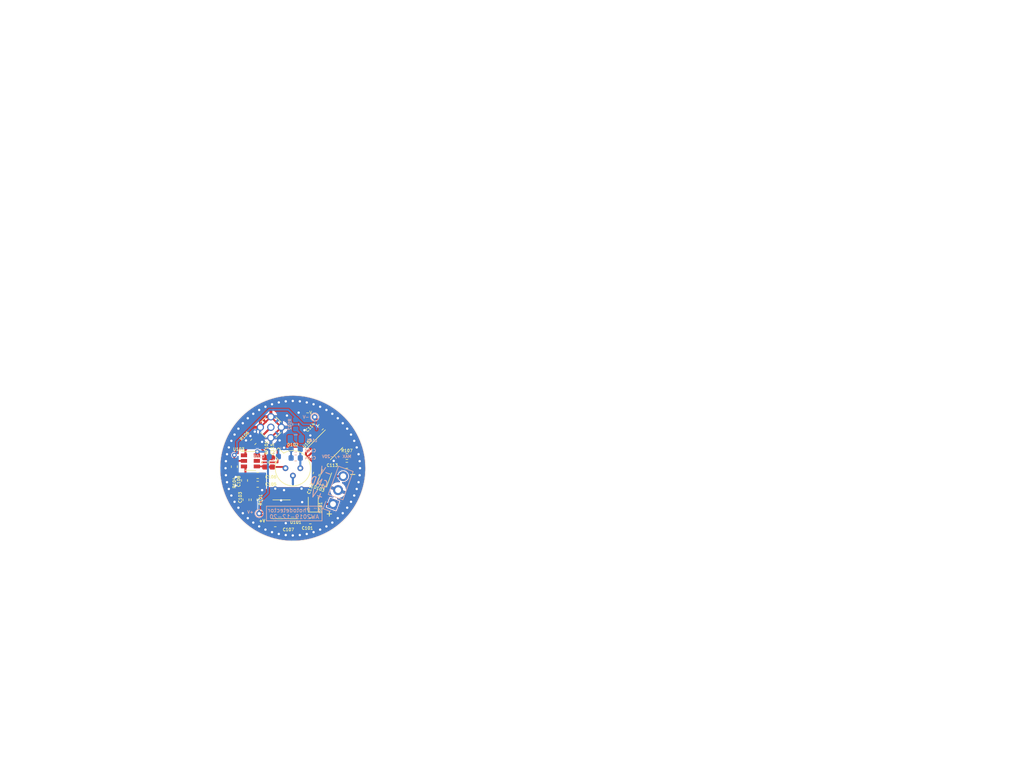
<source format=kicad_pcb>
(kicad_pcb (version 20221018) (generator pcbnew)
  (title_block (title "1\" Photodetector - SOT23") (date "2020-02") (company "anders.e.e.wallin \"at\" gmail.com"))
  (layers (0 "F.Cu" signal) (31 "B.Cu" signal) (34 "B.Paste" user) (35 "F.Paste" user) (36 "B.SilkS" user "B.Silkscreen") (37 "F.SilkS" user "F.Silkscreen") (38 "B.Mask" user) (39 "F.Mask" user) (44 "Edge.Cuts" user))
  (net 0 "")
  (net 1 "Net-(U101-Pad1)")
  (net 2 "/+V")
  (net 3 "GND")
  (net 4 "Net-(U101-Pad7)")
  (net 5 "Net-(U103-Pad3)")
  (net 6 "Net-(U102-Pad1)")
  (net 7 "Net-(U102-Pad8)")
  (net 8 "Net-(U103-Pad4)")
  (net 11 "/-V")
  (net 14 "Net-(J101-Pad1)")
  (net 15 "Net-(L101-Pad1)")
  (net 16 "/+VIN")
  (net 17 "/-VIN")
  (net 18 "/VBIAS")
  (net 19 "/VOUT")
  (footprint "Package_TO_SOT_THT:TO-18-3" (layer "F.Cu") (at 148.75 100)
    (fp_text reference "D102" (at 1.25 -4) (layer "F.SilkS") (effects (font (size 0.5 0.5) (thickness 0.1))))
    (fp_text value "S597x")
    (fp_line (start -2.214448 -2.494499) (end -1.302281 -1.582331) (stroke (width 0.12)) (layer "F.SilkS"))
    (fp_line (start -1.224499 -3.484448) (end -2.214448 -2.494499) (stroke (width 0.12)) (layer "F.SilkS"))
    (fp_line (start -0.312331 -2.572281) (end -1.224499 -3.484448) (stroke (width 0.12)) (layer "F.SilkS"))
    (fp_arc (start -0.312331 -2.572281) (mid 3.405374 2.135551) (end -1.30215 -1.582544) (stroke (width 0.12)) (layer "F.SilkS"))
    (pad "1" thru_hole oval (at 0 0) (size 1 1) (drill 0.5) (layers "*.Cu" "*.Mask") (net 8 "Net-(U103-Pad4)"))
    (pad "2" thru_hole oval (at 1.27 1.27) (size 1 1) (drill 0.5) (layers "*.Cu" "*.Mask") (net 3 "GND"))
    (pad "3" thru_hole oval (at 2.54 0) (size 1 1) (drill 0.5) (layers "*.Cu" "*.Mask") (net 18 "/VBIAS"))
  )
  (footprint "Package_SO:MSOP-10-1EP_3x3mm_P0.5mm_EP1.68x1.88mm" (layer "F.Cu") (at 148.08 107.03 180)
    (fp_text reference "U101" (at -2.42 -2.22 180) (layer "F.SilkS") (effects (font (size 0.5 0.5) (thickness 0.1))))
    (fp_text value "LT3042xMSE")
    (fp_line (start 0 -1.61) (end -2.875 -1.61) (stroke (width 0.12)) (layer "F.SilkS"))
    (fp_line (start 0 -1.61) (end 1.5 -1.61) (stroke (width 0.12)) (layer "F.SilkS"))
    (fp_line (start 0 1.61) (end -1.5 1.61) (stroke (width 0.12)) (layer "F.SilkS"))
    (fp_line (start 0 1.61) (end 1.5 1.61) (stroke (width 0.12)) (layer "F.SilkS"))
    (pad "1" smd roundrect (at -2.15 -1 180) (size 1.45 0.3) (layers "F.Cu" "F.Paste" "F.Mask") (net 1 "Net-(U101-Pad1)"))
    (pad "2" smd roundrect (at -2.15 -0.5 180) (size 1.45 0.3) (layers "F.Cu" "F.Paste" "F.Mask") (net 1 "Net-(U101-Pad1)"))
    (pad "3" smd roundrect (at -2.15 0 180) (size 1.45 0.3) (layers "F.Cu" "F.Paste" "F.Mask") (net 1 "Net-(U101-Pad1)"))
    (pad "4" smd roundrect (at -2.15 0.5 180) (size 1.45 0.3) (layers "F.Cu" "F.Paste" "F.Mask"))
    (pad "5" smd roundrect (at -2.15 1 180) (size 1.45 0.3) (layers "F.Cu" "F.Paste" "F.Mask") (net 3 "GND"))
    (pad "6" smd roundrect (at 2.15 1 180) (size 1.45 0.3) (layers "F.Cu" "F.Paste" "F.Mask") (net 1 "Net-(U101-Pad1)"))
    (pad "7" smd roundrect (at 2.15 0.5 180) (size 1.45 0.3) (layers "F.Cu" "F.Paste" "F.Mask") (net 4 "Net-(U101-Pad7)"))
    (pad "8" smd roundrect (at 2.15 0 180) (size 1.45 0.3) (layers "F.Cu" "F.Paste" "F.Mask") (net 3 "GND"))
    (pad "9" smd roundrect (at 2.15 -0.5 180) (size 1.45 0.3) (layers "F.Cu" "F.Paste" "F.Mask") (net 2 "/+V"))
    (pad "10" smd roundrect (at 2.15 -1 180) (size 1.45 0.3) (layers "F.Cu" "F.Paste" "F.Mask") (net 2 "/+V"))
    (pad "11" smd roundrect (at 0 0 180) (size 1.68 1.88) (layers "F.Cu" "F.Mask") (roundrect_rratio 0.14881) (net 3 "GND"))
  )
  (footprint "Package_SO:MSOP-12-1EP_3x4mm_P0.65mm_EP1.65x2.85mm" (layer "F.Cu") (at 156 96 45)
    (fp_text reference "U102" (at -2.298097 -2.65165 45) (layer "F.SilkS") (effects (font (size 0.5 0.5) (thickness 0.1))))
    (fp_text value "LT3093xMSE")
    (fp_line (start 0 -2.11) (end -2.875 -2.11) (stroke (width 0.12)) (layer "F.SilkS"))
    (fp_line (start 0 -2.11) (end 1.5 -2.11) (stroke (width 0.12)) (layer "F.SilkS"))
    (fp_line (start 0 2.11) (end -1.5 2.11) (stroke (width 0.12)) (layer "F.SilkS"))
    (fp_line (start 0 2.11) (end 1.5 2.11) (stroke (width 0.12)) (layer "F.SilkS"))
    (pad "1" smd roundrect (at -2.15 -1.625 45) (size 1.45 0.4) (layers "F.Cu" "F.Paste" "F.Mask") (net 6 "Net-(U102-Pad1)"))
    (pad "2" smd roundrect (at -2.15 -0.975 45) (size 1.45 0.4) (layers "F.Cu" "F.Paste" "F.Mask") (net 6 "Net-(U102-Pad1)"))
    (pad "3" smd roundrect (at -2.15 -0.325 45) (size 1.45 0.4) (layers "F.Cu" "F.Paste" "F.Mask") (net 6 "Net-(U102-Pad1)"))
    (pad "4" smd roundrect (at -2.15 0.325 45) (size 1.45 0.4) (layers "F.Cu" "F.Paste" "F.Mask"))
    (pad "5" smd roundrect (at -2.15 0.975 45) (size 1.45 0.4) (layers "F.Cu" "F.Paste" "F.Mask") (net 6 "Net-(U102-Pad1)"))
    (pad "6" smd roundrect (at -2.15 1.625 45) (size 1.45 0.4) (layers "F.Cu" "F.Paste" "F.Mask") (net 3 "GND"))
    (pad "7" smd roundrect (at 2.15 1.625 45) (size 1.45 0.4) (layers "F.Cu" "F.Paste" "F.Mask"))
    (pad "8" smd roundrect (at 2.15 0.975 45) (size 1.45 0.4) (layers "F.Cu" "F.Paste" "F.Mask") (net 7 "Net-(U102-Pad8)"))
    (pad "9" smd roundrect (at 2.15 0.325 45) (size 1.45 0.4) (layers "F.Cu" "F.Paste" "F.Mask") (net 3 "GND"))
    (pad "10" smd roundrect (at 2.15 -0.325 45) (size 1.45 0.4) (layers "F.Cu" "F.Paste" "F.Mask") (net 11 "/-V"))
    (pad "11" smd roundrect (at 2.15 -0.975 45) (size 1.45 0.4) (layers "F.Cu" "F.Paste" "F.Mask") (net 11 "/-V"))
    (pad "12" smd roundrect (at 2.15 -1.625 45) (size 1.45 0.4) (layers "F.Cu" "F.Paste" "F.Mask") (net 11 "/-V"))
    (pad "13" smd roundrect (at 0 0 45) (size 1.65 2.85) (layers "F.Cu" "F.Mask") (roundrect_rratio 0.151515) (net 6 "Net-(U102-Pad1)"))
  )
  (footprint "Package_TO_SOT_SMD:SOT-23-6" (layer "F.Cu") (at 142.75 98.75)
    (fp_text reference "U103" (at -2 -2 180) (layer "F.SilkS") (effects (font (size 0.5 0.5) (thickness 0.1))))
    (fp_text value "OPA847xDBV")
    (fp_line (start -0.9 1.61) (end 0.9 1.61) (stroke (width 0.12)) (layer "F.SilkS"))
    (fp_line (start 0.9 -1.61) (end -1.55 -1.61) (stroke (width 0.12)) (layer "F.SilkS"))
    (pad "1" smd rect (at -1.1 -0.95) (size 1.06 0.65) (layers "F.Cu" "F.Paste" "F.Mask") (net 19 "/VOUT"))
    (pad "2" smd rect (at -1.1 0) (size 1.06 0.65) (layers "F.Cu" "F.Paste" "F.Mask") (net 11 "/-V"))
    (pad "3" smd rect (at -1.1 0.95) (size 1.06 0.65) (layers "F.Cu" "F.Paste" "F.Mask") (net 5 "Net-(U103-Pad3)"))
    (pad "4" smd rect (at 1.1 0.95) (size 1.06 0.65) (layers "F.Cu" "F.Paste" "F.Mask") (net 8 "Net-(U103-Pad4)") (clearance 0.001))
    (pad "5" smd rect (at 1.1 0) (size 1.06 0.65) (layers "F.Cu" "F.Paste" "F.Mask") (clearance 0.001))
    (pad "6" smd rect (at 1.1 -0.95) (size 1.06 0.65) (layers "F.Cu" "F.Paste" "F.Mask") (net 2 "/+V"))
  )
  (footprint "Capacitor_SMD:C_0603_1608Metric" (layer "F.Cu") (at 153 109 180)
    (fp_text reference "C101" (at 0.5 -1.25) (layer "F.SilkS") (effects (font (size 0.5 0.5) (thickness 0.1))))
    (fp_text value "4u7")
    (fp_line (start -0.162779 -0.51) (end 0.162779 -0.51) (stroke (width 0.12)) (layer "F.SilkS"))
    (fp_line (start -0.162779 0.51) (end 0.162779 0.51) (stroke (width 0.12)) (layer "F.SilkS"))
    (pad "1" smd roundrect (at -0.7875 0 180) (size 0.875 0.95) (layers "F.Cu" "F.Paste" "F.Mask") (net 1 "Net-(U101-Pad1)"))
    (pad "2" smd roundrect (at 0.7875 0 180) (size 0.875 0.95) (layers "F.Cu" "F.Paste" "F.Mask") (net 3 "GND"))
  )
  (footprint "Capacitor_SMD:C_0603_1608Metric" (layer "F.Cu") (at 142 105.4 -90)
    (fp_text reference "C103" (at -0.4 1 90) (layer "F.SilkS") (effects (font (size 0.5 0.5) (thickness 0.1))))
    (fp_text value "4u7")
    (fp_line (start -0.162779 -0.51) (end 0.162779 -0.51) (stroke (width 0.12)) (layer "F.SilkS"))
    (fp_line (start -0.162779 0.51) (end 0.162779 0.51) (stroke (width 0.12)) (layer "F.SilkS"))
    (pad "1" smd roundrect (at -0.7875 0 270) (size 0.875 0.95) (layers "F.Cu" "F.Paste" "F.Mask") (net 4 "Net-(U101-Pad7)"))
    (pad "2" smd roundrect (at 0.7875 0 270) (size 0.875 0.95) (layers "F.Cu" "F.Paste" "F.Mask") (net 3 "GND"))
  )
  (footprint "Capacitor_SMD:C_0603_1608Metric" (layer "F.Cu") (at 144 102.75)
    (fp_text reference "C105" (at 2.25 0) (layer "F.SilkS") (effects (font (size 0.5 0.5) (thickness 0.1))))
    (fp_text value "C")
    (fp_line (start -0.162779 -0.51) (end 0.162779 -0.51) (stroke (width 0.12)) (layer "F.SilkS"))
    (fp_line (start -0.162779 0.51) (end 0.162779 0.51) (stroke (width 0.12)) (layer "F.SilkS"))
    (pad "1" smd roundrect (at -0.7875 0) (size 0.875 0.95) (layers "F.Cu" "F.Paste" "F.Mask") (net 5 "Net-(U103-Pad3)"))
    (pad "2" smd roundrect (at 0.7875 0) (size 0.875 0.95) (layers "F.Cu" "F.Paste" "F.Mask") (net 3 "GND"))
  )
  (footprint "Capacitor_SMD:C_0603_1608Metric" (layer "F.Cu") (at 144 101.25)
    (fp_text reference "C106" (at 2.25 0.25) (layer "F.SilkS") (effects (font (size 0.5 0.5) (thickness 0.1))))
    (fp_text value "C")
    (fp_line (start -0.162779 -0.51) (end 0.162779 -0.51) (stroke (width 0.12)) (layer "F.SilkS"))
    (fp_line (start -0.162779 0.51) (end 0.162779 0.51) (stroke (width 0.12)) (layer "F.SilkS"))
    (pad "1" smd roundrect (at -0.7875 0) (size 0.875 0.95) (layers "F.Cu" "F.Paste" "F.Mask") (net 5 "Net-(U103-Pad3)"))
    (pad "2" smd roundrect (at 0.7875 0) (size 0.875 0.95) (layers "F.Cu" "F.Paste" "F.Mask") (net 3 "GND"))
  )
  (footprint "Capacitor_SMD:C_0603_1608Metric" (layer "F.Cu") (at 147 109.5)
    (fp_text reference "C107" (at 2.25 1) (layer "F.SilkS") (effects (font (size 0.5 0.5) (thickness 0.1))))
    (fp_text value "4u7")
    (fp_line (start -0.162779 -0.51) (end 0.162779 -0.51) (stroke (width 0.12)) (layer "F.SilkS"))
    (fp_line (start -0.162779 0.51) (end 0.162779 0.51) (stroke (width 0.12)) (layer "F.SilkS"))
    (pad "1" smd roundrect (at -0.7875 0) (size 0.875 0.95) (layers "F.Cu" "F.Paste" "F.Mask") (net 2 "/+V"))
    (pad "2" smd roundrect (at 0.7875 0) (size 0.875 0.95) (layers "F.Cu" "F.Paste" "F.Mask") (net 3 "GND"))
  )
  (footprint "Capacitor_SMD:C_0603_1608Metric" (layer "F.Cu") (at 140 99.75 90)
    (fp_text reference "C108" (at -2.5 0.75 90) (layer "F.SilkS") (effects (font (size 0.5 0.5) (thickness 0.1))))
    (fp_text value "100n")
    (fp_line (start -0.162779 -0.51) (end 0.162779 -0.51) (stroke (width 0.12)) (layer "F.SilkS"))
    (fp_line (start -0.162779 0.51) (end 0.162779 0.51) (stroke (width 0.12)) (layer "F.SilkS"))
    (pad "1" smd roundrect (at -0.7875 0 90) (size 0.875 0.95) (layers "F.Cu" "F.Paste" "F.Mask") (net 3 "GND"))
    (pad "2" smd roundrect (at 0.7875 0 90) (size 0.875 0.95) (layers "F.Cu" "F.Paste" "F.Mask") (net 11 "/-V"))
  )
  (footprint "Capacitor_SMD:C_0603_1608Metric" (layer "F.Cu") (at 154 101 70)
    (fp_text reference "C112" (at -2.691252 -0.084642 70) (layer "F.SilkS") (effects (font (size 0.5 0.5) (thickness 0.1))))
    (fp_text value "4u7")
    (fp_line (start -0.162779 -0.51) (end 0.162779 -0.51) (stroke (width 0.12)) (layer "F.SilkS"))
    (fp_line (start -0.162779 0.51) (end 0.162779 0.51) (stroke (width 0.12)) (layer "F.SilkS"))
    (pad "1" smd roundrect (at -0.7875 0 70) (size 0.875 0.95) (layers "F.Cu" "F.Paste" "F.Mask") (net 3 "GND"))
    (pad "2" smd roundrect (at 0.7875 0 70) (size 0.875 0.95) (layers "F.Cu" "F.Paste" "F.Mask") (net 6 "Net-(U102-Pad1)"))
  )
  (footprint "Capacitor_SMD:C_0603_1608Metric" (layer "F.Cu") (at 159.25 99.5)
    (fp_text reference "C113" (at -2.5 0) (layer "F.SilkS") (effects (font (size 0.5 0.5) (thickness 0.1))))
    (fp_text value "4u7")
    (fp_line (start -0.162779 -0.51) (end 0.162779 -0.51) (stroke (width 0.12)) (layer "F.SilkS"))
    (fp_line (start -0.162779 0.51) (end 0.162779 0.51) (stroke (width 0.12)) (layer "F.SilkS"))
    (pad "1" smd roundrect (at -0.7875 0) (size 0.875 0.95) (layers "F.Cu" "F.Paste" "F.Mask") (net 3 "GND"))
    (pad "2" smd roundrect (at 0.7875 0) (size 0.875 0.95) (layers "F.Cu" "F.Paste" "F.Mask") (net 7 "Net-(U102-Pad8)"))
  )
  (footprint "Capacitor_SMD:C_0603_1608Metric" (layer "F.Cu") (at 154.75 93 45)
    (fp_text reference "C114" (at -1.237437 -1.237437 45) (layer "F.SilkS") (effects (font (size 0.5 0.5) (thickness 0.1))))
    (fp_text value "4u7")
    (fp_line (start -0.162779 -0.51) (end 0.162779 -0.51) (stroke (width 0.12)) (layer "F.SilkS"))
    (fp_line (start -0.162779 0.51) (end 0.162779 0.51) (stroke (width 0.12)) (layer "F.SilkS"))
    (pad "1" smd roundrect (at -0.7875 0 45) (size 0.875 0.95) (layers "F.Cu" "F.Paste" "F.Mask") (net 3 "GND"))
    (pad "2" smd roundrect (at 0.7875 0 45) (size 0.875 0.95) (layers "F.Cu" "F.Paste" "F.Mask") (net 11 "/-V"))
  )
  (footprint "Diode_SMD:D_SOD-323F" (layer "F.Cu") (at 153.5 106 90)
    (fp_text reference "D101" (at -0.75 1.25 270) (layer "F.SilkS") (effects (font (size 0.5 0.5) (thickness 0.1))))
    (fp_text value "D")
    (fp_line (start -1.5 -0.85) (end -1.5 0.85) (stroke (width 0.12)) (layer "F.SilkS"))
    (fp_line (start -1.5 -0.85) (end 1.05 -0.85) (stroke (width 0.12)) (layer "F.SilkS"))
    (fp_line (start -1.5 0.85) (end 1.05 0.85) (stroke (width 0.12)) (layer "F.SilkS"))
    (pad "1" smd rect (at -1.1 0 90) (size 0.5 0.5) (layers "F.Cu" "F.Paste" "F.Mask") (net 1 "Net-(U101-Pad1)"))
    (pad "2" smd rect (at 1.1 0 90) (size 0.5 0.5) (layers "F.Cu" "F.Paste" "F.Mask") (net 16 "/+VIN"))
  )
  (footprint "Diode_SMD:D_SOD-323F" (layer "F.Cu") (at 155.5 101.5 70)
    (fp_text reference "D103" (at -2.221405 -0.255652 160) (layer "F.SilkS") (effects (font (size 0.5 0.5) (thickness 0.1))))
    (fp_text value "D")
    (fp_line (start -1.5 -0.85) (end -1.5 0.85) (stroke (width 0.12)) (layer "F.SilkS"))
    (fp_line (start -1.5 -0.85) (end 1.05 -0.85) (stroke (width 0.12)) (layer "F.SilkS"))
    (fp_line (start -1.5 0.85) (end 1.05 0.85) (stroke (width 0.12)) (layer "F.SilkS"))
    (pad "1" smd rect (at -1.1 0 70) (size 0.5 0.5) (layers "F.Cu" "F.Paste" "F.Mask") (net 17 "/-VIN"))
    (pad "2" smd rect (at 1.1 0 70) (size 0.5 0.5) (layers "F.Cu" "F.Paste" "F.Mask") (net 6 "Net-(U102-Pad1)"))
  )
  (footprint "Connector_Coaxial:MMCX_Molex_73415-1471_Vertical" (layer "F.Cu") (at 146.25 93 45)
    (fp_text reference "J101" hide)
    (fp_text value "Conn_Coaxial")
    (fp_line (start -1.87 0.62) (end -1.87 -0.62) (stroke (width 0.12)) (layer "F.SilkS"))
    (fp_line (start 0.62 -1.87) (end -0.62 -1.87) (stroke (width 0.12)) (layer "F.SilkS"))
    (fp_line (start 0.62 1.87) (end -0.62 1.87) (stroke (width 0.12)) (layer "F.SilkS"))
    (fp_line (start 1.87 0.62) (end 1.87 -0.62) (stroke (width 0.12)) (layer "F.SilkS"))
    (pad "1" thru_hole circle (at 0 0 45) (size 1.24 1.24) (drill 0.84) (layers "*.Cu" "*.Mask") (net 14 "Net-(J101-Pad1)"))
    (pad "2" thru_hole circle (at -1.27 -1.27 45) (size 1.24 1.24) (drill 0.84) (layers "*.Cu" "*.Mask") (net 3 "GND"))
    (pad "2" thru_hole circle (at -1.27 1.27 45) (size 1.24 1.24) (drill 0.84) (layers "*.Cu" "*.Mask") (net 3 "GND"))
    (pad "2" thru_hole circle (at 1.27 -1.27 45) (size 1.24 1.24) (drill 0.84) (layers "*.Cu" "*.Mask") (net 3 "GND"))
    (pad "2" thru_hole circle (at 1.27 1.27 45) (size 1.24 1.24) (drill 0.84) (layers "*.Cu" "*.Mask") (net 3 "GND"))
  )
  (footprint "Resistor_SMD:R_0603_1608Metric" (layer "F.Cu") (at 143.4 105.4 -90)
    (fp_text reference "R101" (at 0 -1.1 90) (layer "F.SilkS") (effects (font (size 0.5 0.5) (thickness 0.1))))
    (fp_text value "49k9")
    (fp_line (start -0.162779 -0.51) (end 0.162779 -0.51) (stroke (width 0.12)) (layer "F.SilkS"))
    (fp_line (start -0.162779 0.51) (end 0.162779 0.51) (stroke (width 0.12)) (layer "F.SilkS"))
    (pad "1" smd roundrect (at -0.7875 0 270) (size 0.875 0.95) (layers "F.Cu" "F.Paste" "F.Mask") (net 4 "Net-(U101-Pad7)"))
    (pad "2" smd roundrect (at 0.7875 0 270) (size 0.875 0.95) (layers "F.Cu" "F.Paste" "F.Mask") (net 3 "GND"))
  )
  (footprint "Resistor_SMD:R_0603_1608Metric" (layer "F.Cu") (at 141.75 102.1 90)
    (fp_text reference "R104" (at -0.4 -1.75 90) (layer "F.SilkS") (effects (font (size 0.5 0.5) (thickness 0.1))))
    (fp_text value "R")
    (fp_line (start -0.162779 -0.51) (end 0.162779 -0.51) (stroke (width 0.12)) (layer "F.SilkS"))
    (fp_line (start -0.162779 0.51) (end 0.162779 0.51) (stroke (width 0.12)) (layer "F.SilkS"))
    (pad "1" smd roundrect (at -0.7875 0 90) (size 0.875 0.95) (layers "F.Cu" "F.Paste" "F.Mask") (net 3 "GND"))
    (pad "2" smd roundrect (at 0.7875 0 90) (size 0.875 0.95) (layers "F.Cu" "F.Paste" "F.Mask") (net 5 "Net-(U103-Pad3)"))
  )
  (footprint "Resistor_SMD:R_0603_1608Metric" (layer "F.Cu") (at 145.25 99 -90)
    (fp_text reference "RF101" (at -2.5 -0.25 90) (layer "F.SilkS") (effects (font (size 0.5 0.5) (thickness 0.1))))
    (fp_text value "R")
    (fp_line (start -0.162779 -0.51) (end 0.162779 -0.51) (stroke (width 0.12)) (layer "F.SilkS"))
    (fp_line (start -0.162779 0.51) (end 0.162779 0.51) (stroke (width 0.12)) (layer "F.SilkS"))
    (pad "1" smd roundrect (at -0.7875 0 270) (size 0.875 0.95) (layers "F.Cu" "F.Paste" "F.Mask") (net 19 "/VOUT"))
    (pad "2" smd roundrect (at 0.7875 0 270) (size 0.875 0.95) (layers "F.Cu" "F.Paste" "F.Mask") (net 8 "Net-(U103-Pad4)"))
  )
  (footprint "Resistor_SMD:R_0603_1608Metric" (layer "F.Cu") (at 143.25 95.5 -135)
    (fp_text reference "R106" (at 0.353553 1.767767 45) (layer "F.SilkS") (effects (font (size 0.5 0.5) (thickness 0.1))))
    (fp_text value "49R9")
    (fp_line (start -0.162779 -0.51) (end 0.162779 -0.51) (stroke (width 0.12)) (layer "F.SilkS"))
    (fp_line (start -0.162779 0.51) (end 0.162779 0.51) (stroke (width 0.12)) (layer "F.SilkS"))
    (pad "1" smd roundrect (at -0.7875 0 225) (size 0.875 0.95) (layers "F.Cu" "F.Paste" "F.Mask") (net 14 "Net-(J101-Pad1)"))
    (pad "2" smd roundrect (at 0.7875 0 225) (size 0.875 0.95) (layers "F.Cu" "F.Paste" "F.Mask") (net 19 "/VOUT"))
  )
  (footprint "Resistor_SMD:R_0603_1608Metric" (layer "F.Cu") (at 159.25 98)
    (fp_text reference "R107" (at 0 -1) (layer "F.SilkS") (effects (font (size 0.5 0.5) (thickness 0.1))))
    (fp_text value "49k9")
    (fp_line (start -0.162779 -0.51) (end 0.162779 -0.51) (stroke (width 0.12)) (layer "F.SilkS"))
    (fp_line (start -0.162779 0.51) (end 0.162779 0.51) (stroke (width 0.12)) (layer "F.SilkS"))
    (pad "1" smd roundrect (at -0.7875 0) (size 0.875 0.95) (layers "F.Cu" "F.Paste" "F.Mask") (net 3 "GND"))
    (pad "2" smd roundrect (at 0.7875 0) (size 0.875 0.95) (layers "F.Cu" "F.Paste" "F.Mask") (net 7 "Net-(U102-Pad8)"))
  )
  (footprint "Capacitor_SMD:C_0603_1608Metric" (layer "F.Cu") (at 146.5 99 -90)
    (fp_text reference "C115" (at -2.25 0 90) (layer "F.SilkS") (effects (font (size 0.5 0.5) (thickness 0.1))))
    (fp_text value "C")
    (fp_line (start -0.162779 -0.51) (end 0.162779 -0.51) (stroke (width 0.12)) (layer "F.SilkS"))
    (fp_line (start -0.162779 0.51) (end 0.162779 0.51) (stroke (width 0.12)) (layer "F.SilkS"))
    (pad "1" smd roundrect (at -0.7875 0 270) (size 0.875 0.95) (layers "F.Cu" "F.Paste" "F.Mask") (net 19 "/VOUT"))
    (pad "2" smd roundrect (at 0.7875 0 270) (size 0.875 0.95) (layers "F.Cu" "F.Paste" "F.Mask") (net 8 "Net-(U103-Pad4)"))
  )
  (footprint "Capacitor_SMD:C_0603_1608Metric" (layer "B.Cu") (at 150.5 96.75 180)
    (fp_text reference "C102" (at -2.5 -0.25) (layer "B.SilkS") (effects (font (size 0.5 0.5) (thickness 0.1)) (justify mirror)))
    (fp_text value "4u7")
    (fp_line (start -0.162779 -0.51) (end 0.162779 -0.51) (stroke (width 0.12)) (layer "B.SilkS"))
    (fp_line (start -0.162779 0.51) (end 0.162779 0.51) (stroke (width 0.12)) (layer "B.SilkS"))
    (pad "1" smd roundrect (at -0.7875 0 180) (size 0.875 0.95) (layers "B.Cu" "B.Paste" "B.Mask") (net 18 "/VBIAS"))
    (pad "2" smd roundrect (at 0.7875 0 180) (size 0.875 0.95) (layers "B.Cu" "B.Paste" "B.Mask") (net 3 "GND"))
  )
  (footprint "Capacitor_SMD:C_0603_1608Metric" (layer "B.Cu") (at 150.5 98.25 180)
    (fp_text reference "C104" (at -2.5 0) (layer "B.SilkS") (effects (font (size 0.5 0.5) (thickness 0.1)) (justify mirror)))
    (fp_text value "10n")
    (fp_line (start -0.162779 -0.51) (end 0.162779 -0.51) (stroke (width 0.12)) (layer "B.SilkS"))
    (fp_line (start -0.162779 0.51) (end 0.162779 0.51) (stroke (width 0.12)) (layer "B.SilkS"))
    (pad "1" smd roundrect (at -0.7875 0 180) (size 0.875 0.95) (layers "B.Cu" "B.Paste" "B.Mask") (net 18 "/VBIAS"))
    (pad "2" smd roundrect (at 0.7875 0 180) (size 0.875 0.95) (layers "B.Cu" "B.Paste" "B.Mask") (net 3 "GND"))
  )
  (footprint "Capacitor_SMD:C_0603_1608Metric" (layer "B.Cu") (at 146.75 98)
    (fp_text reference "C109" (at -2.5 0) (layer "B.SilkS") (effects (font (size 0.5 0.5) (thickness 0.1)) (justify mirror)))
    (fp_text value "100n")
    (fp_line (start -0.162779 -0.51) (end 0.162779 -0.51) (stroke (width 0.12)) (layer "B.SilkS"))
    (fp_line (start -0.162779 0.51) (end 0.162779 0.51) (stroke (width 0.12)) (layer "B.SilkS"))
    (pad "1" smd roundrect (at -0.7875 0) (size 0.875 0.95) (layers "B.Cu" "B.Paste" "B.Mask") (net 2 "/+V"))
    (pad "2" smd roundrect (at 0.7875 0) (size 0.875 0.95) (layers "B.Cu" "B.Paste" "B.Mask") (net 3 "GND"))
  )
  (footprint "Inductor_SMD:L_0805_2012Metric" (layer "B.Cu") (at 150.5 95 180)
    (fp_text reference "L101" (at -2.75 -0.25) (layer "B.SilkS") (effects (font (size 0.5 0.5) (thickness 0.1)) (justify mirror)))
    (fp_text value "100u")
    (fp_line (start -0.258578 -0.71) (end 0.258578 -0.71) (stroke (width 0.12)) (layer "B.SilkS"))
    (fp_line (start -0.258578 0.71) (end 0.258578 0.71) (stroke (width 0.12)) (layer "B.SilkS"))
    (pad "1" smd roundrect (at -0.9375 0 180) (size 0.975 1.4) (layers "B.Cu" "B.Paste" "B.Mask") (net 15 "Net-(L101-Pad1)"))
    (pad "2" smd roundrect (at 0.9375 0 180) (size 0.975 1.4) (layers "B.Cu" "B.Paste" "B.Mask") (net 18 "/VBIAS"))
  )
  (footprint "Resistor_SMD:R_0603_1608Metric" (layer "B.Cu") (at 150.5 92.5 -90)
    (fp_text reference "R102" (at 0 1 90) (layer "B.SilkS") (effects (font (size 0.5 0.5) (thickness 0.1)) (justify mirror)))
    (fp_text value "300R")
    (fp_line (start -0.162779 -0.51) (end 0.162779 -0.51) (stroke (width 0.12)) (layer "B.SilkS"))
    (fp_line (start -0.162779 0.51) (end 0.162779 0.51) (stroke (width 0.12)) (layer "B.SilkS"))
    (pad "1" smd roundrect (at -0.7875 0 270) (size 0.875 0.95) (layers "B.Cu" "B.Paste" "B.Mask") (net 11 "/-V"))
    (pad "2" smd roundrect (at 0.7875 0 270) (size 0.875 0.95) (layers "B.Cu" "B.Paste" "B.Mask") (net 15 "Net-(L101-Pad1)"))
  )
  (footprint "TestPoint:TestPoint_THTPad_D1.0mm_Drill0.5mm" (layer "B.Cu") (at 153.75 91.25)
    (fp_text reference "TP101" hide)
    (fp_text value "TestPoint")
    (fp_circle (center 0 0) (end 0 -0.7) (stroke (width 0.12)) (fill none) (layer "B.SilkS"))
    (pad "1" thru_hole circle (at 0 0) (size 1 1) (drill 0.5) (layers "*.Cu" "*.Mask") (net 11 "/-V"))
  )
  (footprint "TestPoint:TestPoint_THTPad_D1.0mm_Drill0.5mm" (layer "B.Cu") (at 144.25 107.75)
    (fp_text reference "TP102" hide)
    (fp_text value "TestPoint")
    (fp_circle (center 0 0) (end 0 -0.7) (stroke (width 0.12)) (fill none) (layer "B.SilkS"))
    (pad "1" thru_hole circle (at 0 0) (size 1 1) (drill 0.5) (layers "*.Cu" "*.Mask") (net 2 "/+V"))
  )
  (footprint "Connector_PinHeader_2.54mm:PinHeader_1x03_P2.54mm_Vertical" (layer "B.Cu") (at 156.881269 106.136819 -20)
    (fp_text reference "J102" hide)
    (fp_text value "Conn_01x03")
    (fp_line (start -1.33 -6.41) (end 1.33 -6.41) (stroke (width 0.12)) (layer "B.SilkS"))
    (fp_line (start -1.33 -1.27) (end -1.33 -6.41) (stroke (width 0.12)) (layer "B.SilkS"))
    (fp_line (start -1.33 -1.27) (end 1.33 -1.27) (stroke (width 0.12)) (layer "B.SilkS"))
    (fp_line (start -1.33 0) (end -1.33 1.33) (stroke (width 0.12)) (layer "B.SilkS"))
    (fp_line (start -1.33 1.33) (end 0 1.33) (stroke (width 0.12)) (layer "B.SilkS"))
    (fp_line (start 1.33 -1.27) (end 1.33 -6.41) (stroke (width 0.12)) (layer "B.SilkS"))
    (pad "1" thru_hole rect (at 0 0 340) (size 1.7 1.7) (drill 1) (layers "*.Cu" "*.Mask") (net 16 "/+VIN"))
    (pad "2" thru_hole oval (at 0 -2.54 340) (size 1.7 1.7) (drill 1) (layers "*.Cu" "*.Mask") (net 3 "GND"))
    (pad "3" thru_hole oval (at 0 -5.08 340) (size 1.7 1.7) (drill 1) (layers "*.Cu" "*.Mask") (net 17 "/-VIN"))
  )
  (gr_line (start 145.5 106.5) (end 145.5 109) (stroke (width 0.12)) (layer "B.SilkS"))
  (gr_line (start 155 106.5) (end 145.5 106.5) (stroke (width 0.12)) (layer "B.SilkS"))
  (gr_line (start 145.5 109) (end 155 109) (stroke (width 0.12)) (layer "B.SilkS"))
  (gr_line (start 155 109) (end 155 106.5) (stroke (width 0.12)) (layer "B.SilkS"))
  (gr_circle (center 150 100) (end 162.5 100) (stroke (width 0.05)) (fill none) (layer "Edge.Cuts"))
  (gr_text "-V" (at 152.25 91.25) (layer "B.SilkS") (effects (font (size 0.5 0.5) (thickness 0.1)) (justify mirror)))
  (gr_text "+V" (at 142.75 107.5) (layer "B.SilkS") (effects (font (size 0.5 0.5) (thickness 0.1)) (justify mirror)))
  (gr_text "MAX +/-20V" (at 157.5 98) (layer "B.SilkS") (effects (font (size 0.5 0.5) (thickness 0.1)) (justify mirror)))
  (gr_text "-V\nGND\n+V" (at 156 103 -20) (layer "B.SilkS") (effects (font (size 1.3 1)) (justify left mirror)))
  (gr_text "1\" Photodetector\nAW2019-12-20" (at 150.25 107.75) (layer "B.SilkS") (effects (font (size 0.7 0.7) (thickness 0.1)) (justify mirror)))
  (gr_text "-V" (at 152.75 90.5) (layer "F.SilkS") (effects (font (size 0.5 0.5) (thickness 0.1))))
  (gr_text "+V" (at 144.75 109) (layer "F.SilkS") (effects (font (size 0.5 0.5) (thickness 0.1))))
  (gr_text "-" (at 160.25 101) (layer "F.SilkS") (effects (font (size 1 1))))
  (gr_text "+V" (at 144.75 109) (layer "F.SilkS") (effects (font (size 0.5 0.5) (thickness 0.1))))
  (gr_text "+" (at 156.25 107.75) (layer "F.SilkS") (effects (font (size 1 1))))
  (segment (start 150.23 107.53) (end 151.5925 107.53) (width 0.35) (layer "F.Cu") (net 1))
  (segment (start 152.03 107.03) (end 152.1 107.1) (width 0.3) (layer "F.Cu") (net 1))
  (segment (start 153.38 107.53) (end 153.5 107.65) (width 0.3) (layer "F.Cu") (net 1))
  (segment (start 153.12 108.03) (end 153.5 107.65) (width 0.3) (layer "F.Cu") (net 1))
  (segment (start 153.5 107.65) (end 153.5 108.7125) (width 0.3) (layer "F.Cu") (net 1))
  (segment (start 153.5 108.7125) (end 153.7875 109) (width 0.3) (layer "F.Cu") (net 1))
  (segment (start 145.93 106.03) (end 146.355 105.605) (width 0.35) (layer "F.Cu") (net 1))
  (segment (start 150.23 107.03) (end 151.0925 107.03) (width 0.35) (layer "F.Cu") (net 1))
  (segment (start 153.5 107.1) (end 153.5 108.7125) (width 0.3) (layer "F.Cu") (net 1))
  (segment (start 150.23 108.03) (end 153.12 108.03) (width 0.3) (layer "F.Cu") (net 1))
  (segment (start 147.25 104.75) (end 151.586002 104.75) (width 0.3) (layer "F.Cu") (net 1))
  (segment (start 150.23 107.53) (end 153.38 107.53) (width 0.3) (layer "F.Cu") (net 1))
  (segment (start 146.355 105.605) (end 146.395 105.605) (width 0.3) (layer "F.Cu") (net 1))
  (segment (start 153.5 106.663998) (end 153.5 107.65) (width 0.3) (layer "F.Cu") (net 1))
  (segment (start 152.1 107.1) (end 153.5 107.1) (width 0.3) (layer "F.Cu") (net 1))
  (segment (start 146.395 105.605) (end 147.25 104.75) (width 0.3) (layer "F.Cu") (net 1))
  (segment (start 150.23 107.03) (end 152.03 107.03) (width 0.3) (layer "F.Cu") (net 1))
  (segment (start 152.03 107.03) (end 152.88 107.03) (width 0.3) (layer "F.Cu") (net 1))
  (segment (start 151.586002 104.75) (end 153.5 106.663998) (width 0.3) (layer "F.Cu") (net 1))
  (segment (start 152.88 107.03) (end 153.5 107.65) (width 0.3) (layer "F.Cu") (net 1))
  (segment (start 144.1 97.328231) (end 143.939492 97.167723) (width 0.35) (layer "F.Cu") (net 2))
  (segment (start 145.97 107.53) (end 145.99499 107.50501) (width 0.35) (layer "F.Cu") (net 2))
  (segment (start 144.53 108.03) (end 144.25 107.75) (width 0.3) (layer "F.Cu") (net 2))
  (segment (start 146.2125 108.3125) (end 145.93 108.03) (width 0.35) (layer "F.Cu") (net 2))
  (segment (start 145.93 107.53) (end 144.47 107.53) (width 0.3) (layer "F.Cu") (net 2))
  (segment (start 145.99499 107.50501) (end 144.99499 107.50501) (width 0.35) (layer "F.Cu") (net 2))
  (segment (start 144.47 107.53) (end 144.25 107.75) (width 0.3) (layer "F.Cu") (net 2))
  (segment (start 145.93 108.03) (end 144.47 108.03) (width 0.35) (layer "F.Cu") (net 2))
  (segment (start 145.93 107.53) (end 145.97 107.53) (width 0.35) (layer "F.Cu") (net 2))
  (segment (start 146.2125 109.5) (end 146.2125 108.3125) (width 0.35) (layer "F.Cu") (net 2))
  (segment (start 145.93 108.03) (end 144.53 108.03) (width 0.3) (layer "F.Cu") (net 2))
  (segment (start 144.1 97.8) (end 144.1 97.328231) (width 0.35) (layer "F.Cu") (net 2))
  (via (at 143.939492 97.167723) (size 0.8) (drill 0.4) (layers "F.Cu" "B.Cu") (net 2))
  (segment (start 145.75 98.6875) (end 145.75 104.25) (width 0.35) (layer "B.Cu") (net 2))
  (segment (start 145.9625 98) (end 145.9625 97) (width 0.35) (layer "B.Cu") (net 2))
  (segment (start 145.75 104.25) (end 144.5 105.5) (width 0.35) (layer "B.Cu") (net 2))
  (segment (start 145.294777 97.167723) (end 145.7125 96.75) (width 0.35) (layer "B.Cu") (net 2))
  (segment (start 145.9625 97) (end 145.7125 96.75) (width 0.35) (layer "B.Cu") (net 2))
  (segment (start 144.25 107) (end 144.25 105.75) (width 0.3) (layer "B.Cu") (net 2))
  (segment (start 144.25 105.525) (end 144.25 105.75) (width 0.3) (layer "B.Cu") (net 2))
  (segment (start 144.25 106.25) (end 144.25 107) (width 0.3) (layer "B.Cu") (net 2))
  (segment (start 144.25 107) (end 144.25 107.75) (width 0.3) (layer "B.Cu") (net 2))
  (segment (start 145.9625 98) (end 145.9625 98.475) (width 0.35) (layer "B.Cu") (net 2))
  (segment (start 143.939492 97.167723) (end 145.294777 97.167723) (width 0.35) (layer "B.Cu") (net 2))
  (segment (start 144.25 105.75) (end 144.5 105.5) (width 0.3) (layer "B.Cu") (net 2))
  (segment (start 145.9625 98.475) (end 145.75 98.6875) (width 0.35) (layer "B.Cu") (net 2))
  (segment (start 148 105.5) (end 148 106.95) (width 0.3) (layer "F.Cu") (net 3))
  (segment (start 151.37 106.03) (end 151.6 105.8) (width 0.3) (layer "F.Cu") (net 3))
  (segment (start 153.730659 101.740008) (end 153.730659 102.730659) (width 0.3) (layer "F.Cu") (net 3))
  (segment (start 147.4 95.6) (end 147.75 95.25) (width 0.3) (layer "F.Cu") (net 3))
  (segment (start 148 106.95) (end 148.08 107.03) (width 0.3) (layer "F.Cu") (net 3))
  (segment (start 150.23 106.03) (end 151.37 106.03) (width 0.3) (layer "F.Cu") (net 3))
  (segment (start 145.1 99) (end 145 99) (width 0.1) (layer "F.Cu") (net 3))
  (segment (start 156.919328 98.669328) (end 157 98.75) (width 0.35) (layer "F.Cu") (net 3))
  (segment (start 146.25 89.259155) (end 146.446305 89.06285) (width 0.3) (layer "F.Cu") (net 3))
  (segment (start 146.2271 107.03) (end 146.202102 107.005002) (width 0.35) (layer "F.Cu") (net 3))
  (segment (start 145 99) (end 144.75 99) (width 0.3) (layer "F.Cu") (net 3))
  (segment (start 146.25 91.203949) (end 144.453949 93) (width 0.3) (layer "F.Cu") (net 3))
  (segment (start 145 99) (end 147.4 99) (width 0.3) (layer "F.Cu") (net 3))
  (segment (start 144.453949 93) (end 142.148837 93) (width 0.3) (layer "F.Cu") (net 3))
  (segment (start 153.730659 103.269341) (end 153.730659 101.740008) (width 0.3) (layer "F.Cu") (net 3))
  (segment (start 153.5 103.5) (end 153.730659 103.269341) (width 0.3) (layer "F.Cu") (net 3))
  (segment (start 147.4 99) (end 147.4 95.6) (width 0.3) (layer "F.Cu") (net 3))
  (segment (start 151.5 103.5) (end 153.5 103.5) (width 0.3) (layer "F.Cu") (net 3))
  (segment (start 146.25 94.796051) (end 148.046051 93) (width 0.3) (layer "F.Cu") (net 3))
  (segment (start 146.25 94.796051) (end 147.296051 94.796051) (width 0.3) (layer "F.Cu") (net 3))
  (segment (start 142 106.1875) (end 143.4 106.1875) (width 0.35) (layer "F.Cu") (net 3))
  (segment (start 148.046051 93) (end 146.25 91.203949) (width 0.3) (layer "F.Cu") (net 3))
  (segment (start 158.4625 99.5) (end 158.4625 98) (width 0.35) (layer "F.Cu") (net 3))
  (segment (start 155.628769 98.669328) (end 156.919328 98.669328) (width 0.35) (layer "F.Cu") (net 3))
  (segment (start 148.046051 94.203949) (end 148.046051 93) (width 0.3) (layer "F.Cu") (net 3))
  (segment (start 147.75 94.5) (end 148.046051 94.203949) (width 0.3) (layer "F.Cu") (net 3))
  (segment (start 148.08 107.03) (end 146.2271 107.03) (width 0.35) (layer "F.Cu") (net 3))
  (segment (start 147.75 95.25) (end 147.75 94.5) (width 0.3) (layer "F.Cu") (net 3))
  (segment (start 142.148837 93) (end 141.453835 92.304998) (width 0.3) (layer "F.Cu") (net 3))
  (segment (start 146.202102 107.005002) (end 145.93 107.005002) (width 0.35) (layer "F.Cu") (net 3))
  (segment (start 147.296051 94.796051) (end 147.75 95.25) (width 0.3) (layer "F.Cu") (net 3))
  (segment (start 146.25 91.203949) (end 146.25 89.259155) (width 0.3) (layer "F.Cu") (net 3))
  (via (at 138.562998 101.202077) (size 0.8) (drill 0.4) (layers "F.Cu" "B.Cu") (net 3))
  (via (at 138.751303 102.390984) (size 0.8) (drill 0.4) (layers "F.Cu" "B.Cu") (net 3))
  (via (at 139.06285 103.553695) (size 0.8) (drill 0.4) (layers "F.Cu" "B.Cu") (net 3))
  (via (at 139.494227 104.677471) (size 0.8) (drill 0.4) (layers "F.Cu" "B.Cu") (net 3))
  (via (at 140.040708 105.75) (size 0.8) (drill 0.4) (layers "F.Cu" "B.Cu") (net 3))
  (via (at 140.696305 106.75953) (size 0.8) (drill 0.4) (layers "F.Cu" "B.Cu") (net 3))
  (via (at 141.453835 107.695002) (size 0.8) (drill 0.4) (layers "F.Cu" "B.Cu") (net 3))
  (via (at 142.304998 108.546165) (size 0.8) (drill 0.4) (layers "F.Cu" "B.Cu") (net 3))
  (via (at 143.24047 109.303695) (size 0.8) (drill 0.4) (layers "F.Cu" "B.Cu") (net 3))
  (via (at 144.25 109.959292) (size 0.8) (drill 0.4) (layers "F.Cu" "B.Cu") (net 3))
  (via (at 145.322529 110.505773) (size 0.8) (drill 0.4) (layers "F.Cu" "B.Cu") (net 3))
  (via (at 146.446305 110.93715) (size 0.8) (drill 0.4) (layers "F.Cu" "B.Cu") (net 3))
  (via (at 147.609016 111.248697) (size 0.8) (drill 0.4) (layers "F.Cu" "B.Cu") (net 3))
  (via (at 148.797923 111.437002) (size 0.8) (drill 0.4) (layers "F.Cu" "B.Cu") (net 3))
  (via (at 150 111.5) (size 0.8) (drill 0.4) (layers "F.Cu" "B.Cu") (net 3))
  (via (at 151.202077 111.437002) (size 0.8) (drill 0.4) (layers "F.Cu" "B.Cu") (net 3))
  (via (at 152.390984 111.248697) (size 0.8) (drill 0.4) (layers "F.Cu" "B.Cu") (net 3))
  (via (at 153.553695 110.93715) (size 0.8) (drill 0.4) (layers "F.Cu" "B.Cu") (net 3))
  (via (at 154.677471 110.505773) (size 0.8) (drill 0.4) (layers "F.Cu" "B.Cu") (net 3))
  (via (at 155.75 109.959292) (size 0.8) (drill 0.4) (layers "F.Cu" "B.Cu") (net 3))
  (via (at 156.75953 109.303695) (size 0.8) (drill 0.4) (layers "F.Cu" "B.Cu") (net 3))
  (via (at 157.695002 108.546165) (size 0.8) (drill 0.4) (layers "F.Cu" "B.Cu") (net 3))
  (via (at 158.546165 107.695002) (size 0.8) (drill 0.4) (layers "F.Cu" "B.Cu") (net 3))
  (via (at 159.303695 106.75953) (size 0.8) (drill 0.4) (layers "F.Cu" "B.Cu") (net 3))
  (via (at 159.959292 105.75) (size 0.8) (drill 0.4) (layers "F.Cu" "B.Cu") (net 3))
  (via (at 160.505773 104.677471) (size 0.8) (drill 0.4) (layers "F.Cu" "B.Cu") (net 3))
  (via (at 160.93715 103.553695) (size 0.8) (drill 0.4) (layers "F.Cu" "B.Cu") (net 3))
  (via (at 161.248697 102.390984) (size 0.8) (drill 0.4) (layers "F.Cu" "B.Cu") (net 3))
  (via (at 161.437002 101.202077) (size 0.8) (drill 0.4) (layers "F.Cu" "B.Cu") (net 3))
  (via (at 161.5 100) (size 0.8) (drill 0.4) (layers "F.Cu" "B.Cu") (net 3))
  (via (at 161.437002 98.797923) (size 0.8) (drill 0.4) (layers "F.Cu" "B.Cu") (net 3))
  (via (at 161.248697 97.609016) (size 0.8) (drill 0.4) (layers "F.Cu" "B.Cu") (net 3))
  (via (at 160.93715 96.446305) (size 0.8) (drill 0.4) (layers "F.Cu" "B.Cu") (net 3))
  (via (at 160.505773 95.322529) (size 0.8) (drill 0.4) (layers "F.Cu" "B.Cu") (net 3))
  (via (at 159.959292 94.25) (size 0.8) (drill 0.4) (layers "F.Cu" "B.Cu") (net 3))
  (via (at 159.303695 93.24047) (size 0.8) (drill 0.4) (layers "F.Cu" "B.Cu") (net 3))
  (via (at 158.546165 92.304998) (size 0.8) (drill 0.4) (layers "F.Cu" "B.Cu") (net 3))
  (via (at 157.695002 91.453835) (size 0.8) (drill 0.4) (layers "F.Cu" "B.Cu") (net 3))
  (via (at 156.75953 90.696305) (size 0.8) (drill 0.4) (layers "F.Cu" "B.Cu") (net 3))
  (via (at 155.75 90.040708) (size 0.8) (drill 0.4) (layers "F.Cu" "B.Cu") (net 3))
  (via (at 154.677471 89.494227) (size 0.8) (drill 0.4) (layers "F.Cu" "B.Cu") (net 3))
  (via (at 153.553695 89.06285) (size 0.8) (drill 0.4) (layers "F.Cu" "B.Cu") (net 3))
  (via (at 152.390984 88.751303) (size 0.8) (drill 0.4) (layers "F.Cu" "B.Cu") (net 3))
  (via (at 151.202077 88.562998) (size 0.8) (drill 0.4) (layers "F.Cu" "B.Cu") (net 3))
  (via (at 150 88.5) (size 0.8) (drill 0.4) (layers "F.Cu" "B.Cu") (net 3))
  (via (at 148.797923 88.562998) (size 0.8) (drill 0.4) (layers "F.Cu" "B.Cu") (net 3))
  (via (at 147.609016 88.751303) (size 0.8) (drill 0.4) (layers "F.Cu" "B.Cu") (net 3))
  (via (at 146.446305 89.06285) (size 0.8) (drill 0.4) (layers "F.Cu" "B.Cu") (net 3))
  (via (at 145.322529 89.494227) (size 0.8) (drill 0.4) (layers "F.Cu" "B.Cu") (net 3))
  (via (at 144.25 90.040708) (size 0.8) (drill 0.4) (layers "F.Cu" "B.Cu") (net 3))
  (via (at 143.24047 90.696305) (size 0.8) (drill 0.4) (layers "F.Cu" "B.Cu") (net 3))
  (via (at 142.304998 91.453835) (size 0.8) (drill 0.4) (layers "F.Cu" "B.Cu") (net 3))
  (via (at 141.453835 92.304998) (size 0.8) (drill 0.4) (layers "F.Cu" "B.Cu") (net 3))
  (via (at 140.696305 93.24047) (size 0.8) (drill 0.4) (layers "F.Cu" "B.Cu") (net 3))
  (via (at 140.040708 94.25) (size 0.8) (drill 0.4) (layers "F.Cu" "B.Cu") (net 3))
  (via (at 139.494227 95.322529) (size 0.8) (drill 0.4) (layers "F.Cu" "B.Cu") (net 3))
  (via (at 139.06285 96.446305) (size 0.8) (drill 0.4) (layers "F.Cu" "B.Cu") (net 3))
  (via (at 138.751303 97.609016) (size 0.8) (drill 0.4) (layers "F.Cu" "B.Cu") (net 3))
  (via (at 138.562998 98.797923) (size 0.8) (drill 0.4) (layers "F.Cu" "B.Cu") (net 3))
  (via (at 148.5 96.5) (size 0.8) (drill 0.4) (layers "F.Cu" "B.Cu") (net 3))
  (via (at 148.5 103.75) (size 0.8) (drill 0.4) (layers "F.Cu" "B.Cu") (net 3))
  (via (at 140.2 103) (size 0.8) (drill 0.4) (layers "F.Cu" "B.Cu") (net 3))
  (via (at 144.75 103.75) (size 0.8) (drill 0.4) (layers "F.Cu" "B.Cu") (net 3))
  (via (at 151.5 103.5) (size 0.8) (drill 0.4) (layers "F.Cu" "B.Cu") (net 3))
  (via (at 152 93.5) (size 0.8) (drill 0.4) (layers "F.Cu" "B.Cu") (net 3))
  (via (at 143.5 93.75) (size 0.8) (drill 0.4) (layers "F.Cu" "B.Cu") (net 3))
  (via (at 147 103.5) (size 0.8) (drill 0.4) (layers "F.Cu" "B.Cu") (net 3))
  (via (at 149 91) (size 0.8) (drill 0.4) (layers "F.Cu" "B.Cu") (net 3))
  (via (at 151 90.5) (size 0.8) (drill 0.4) (layers "F.Cu" "B.Cu") (net 3))
  (via (at 142 95.25) (size 0.8) (drill 0.4) (layers "F.Cu" "B.Cu") (net 3))
  (via (at 142.75 94.5) (size 0.8) (drill 0.4) (layers "F.Cu" "B.Cu") (net 3))
  (via (at 157 98.75) (size 0.8) (drill 0.4) (layers "F.Cu" "B.Cu") (net 3))
  (via (at 151.6 105.8) (size 0.8) (drill 0.4) (layers "F.Cu" "B.Cu") (net 3))
  (via (at 140.25 101.5) (size 0.8) (drill 0.4) (layers "F.Cu" "B.Cu") (net 3))
  (via (at 147.75 95.25) (size 0.8) (drill 0.4) (layers "F.Cu" "B.Cu") (net 3))
  (via (at 144.75 95.5) (size 0.8) (drill 0.4) (layers "F.Cu" "B.Cu") (net 3))
  (via (at 148.8 109.4) (size 0.8) (drill 0.4) (layers "F.Cu" "B.Cu") (net 3))
  (via (at 153 94.4) (size 0.8) (drill 0.4) (layers "F.Cu" "B.Cu") (net 3))
  (via (at 148 105.5) (size 0.8) (drill 0.4) (layers "F.Cu" "B.Cu") (net 3))
  (via (at 138.5 100) (size 0.8) (drill 0.4) (layers "F.Cu" "B.Cu") (net 3))
  (segment (start 146.25 91.203949) (end 148.796051 91.203949) (width 0.3) (layer "B.Cu") (net 3))
  (segment (start 148.5 96.75) (end 149.7125 96.75) (width 0.3) (layer "B.Cu") (net 3))
  (segment (start 147.5375 98) (end 147.5375 97) (width 0.3) (layer "B.Cu") (net 3))
  (segment (start 147.2875 96.75) (end 148.5 96.75) (width 0.3) (layer "B.Cu") (net 3))
  (segment (start 149.7125 98.25) (end 149.7125 96.75) (width 0.3) (layer "B.Cu") (net 3))
  (segment (start 150.02 102.7325) (end 150.0375 102.75) (width 0.35) (layer "B.Cu") (net 3))
  (segment (start 150.02 101.27) (end 150.02 102.7325) (width 0.35) (layer "B.Cu") (net 3))
  (segment (start 147.2875 95.7125) (end 147.75 95.25) (width 0.3) (layer "B.Cu") (net 3))
  (segment (start 150 101.29) (end 150.02 101.27) (width 0.3) (layer "B.Cu") (net 3))
  (segment (start 144.453949 93) (end 144.25 93) (width 0.3) (layer "B.Cu") (net 3))
  (segment (start 144.25 93) (end 143.5 93.75) (width 0.3) (layer "B.Cu") (net 3))
  (segment (start 148.5 96.75) (end 148.5 96) (width 0.3) (layer "B.Cu") (net 3))
  (segment (start 148.4625 103.7125) (end 148.5 103.75) (width 0.3) (layer "B.Cu") (net 3))
  (segment (start 144.453949 94.521051) (end 142.475 96.5) (width 0.3) (layer "B.Cu") (net 3))
  (segment (start 147.2875 96.75) (end 147.2875 95.7125) (width 0.3) (layer "B.Cu") (net 3))
  (segment (start 147.5375 97) (end 147.2875 96.75) (width 0.3) (layer "B.Cu") (net 3))
  (segment (start 144.453949 93) (end 144.453949 94.521051) (width 0.3) (layer "B.Cu") (net 3))
  (segment (start 148.046051 91.953949) (end 149 91) (width 0.3) (layer "B.Cu") (net 3))
  (segment (start 150 102.7125) (end 150 101.29) (width 0.3) (layer "B.Cu") (net 3))
  (segment (start 148.796051 91.203949) (end 149 91) (width 0.3) (layer "B.Cu") (net 3))
  (segment (start 148.5 96) (end 147.75 95.25) (width 0.3) (layer "B.Cu") (net 3))
  (segment (start 148.046051 93) (end 148.046051 91.953949) (width 0.3) (layer "B.Cu") (net 3))
  (segment (start 144.6 106) (end 145.13 106.53) (width 0.35) (layer "F.Cu") (net 4))
  (segment (start 144.6 105.3375) (end 144.6 106) (width 0.35) (layer "F.Cu") (net 4))
  (segment (start 145.697882 106.53) (end 145.710381 106.517501) (width 0.35) (layer "F.Cu") (net 4))
  (segment (start 143.4 104.6125) (end 142 104.6125) (width 0.35) (layer "F.Cu") (net 4))
  (segment (start 143.875 104.6125) (end 144.6 105.3375) (width 0.35) (layer "F.Cu") (net 4))
  (segment (start 143.4 104.6125) (end 143.875 104.6125) (width 0.35) (layer "F.Cu") (net 4))
  (segment (start 145.13 106.53) (end 145.697882 106.53) (width 0.35) (layer "F.Cu") (net 4))
  (segment (start 141.75 101.3125) (end 143.15 101.3125) (width 0.35) (layer "F.Cu") (net 5))
  (segment (start 143.2125 101.25) (end 143.2125 102.75) (width 0.35) (layer "F.Cu") (net 5))
  (segment (start 141.9 101.1625) (end 141.75 101.3125) (width 0.35) (layer "F.Cu") (net 5))
  (segment (start 141.9 99.7) (end 141.9 101.1625) (width 0.35) (layer "F.Cu") (net 5))
  (segment (start 143.15 101.3125) (end 143.2125 101.25) (width 0.35) (layer "F.Cu") (net 5))
  (segment (start 153.1 98.5) (end 153.1 98.6) (width 0.35) (layer "F.Cu") (net 6))
  (segment (start 155.090291 98.209709) (end 153.9 99.4) (width 0.35) (layer "F.Cu") (net 6))
  (segment (start 154.249911 97.350089) (end 153.1 98.5) (width 0.35) (layer "F.Cu") (net 6))
  (segment (start 153.428769 96.371231) (end 154.807627 94.992373) (width 0.35) (layer "F.Cu") (net 6))
  (segment (start 153.790291 96.83085) (end 154.621141 96) (width 0.35) (layer "F.Cu") (net 6))
  (segment (start 154.410295 100.119038) (end 154.269341 100.259992) (width 0.35) (layer "F.Cu") (net 6))
  (segment (start 155.540381 96) (end 156 96) (width 0.35) (layer "F.Cu") (net 6))
  (segment (start 154.621141 96) (end 156 96) (width 0.35) (layer "F.Cu") (net 6))
  (segment (start 153.1 98.6) (end 153.9 99.4) (width 0.35) (layer "F.Cu") (net 6))
  (segment (start 153.76915 96.83085) (end 152.6 98) (width 0.35) (layer "F.Cu") (net 6))
  (segment (start 154.807627 94.992373) (end 154.992373 94.992373) (width 0.35) (layer "F.Cu") (net 6))
  (segment (start 153.330672 96.371231) (end 153.228769 96.371231) (width 0.35) (layer "F.Cu") (net 6))
  (segment (start 153.228769 96.371231) (end 152.25 97.35) (width 0.35) (layer "F.Cu") (net 6))
  (segment (start 153.330672 96.371231) (end 153.428769 96.371231) (width 0.35) (layer "F.Cu") (net 6))
  (segment (start 154.475687 100.466338) (end 154.269341 100.259992) (width 0.3) (layer "F.Cu") (net 6))
  (segment (start 153.790291 96.83085) (end 153.76915 96.83085) (width 0.35) (layer "F.Cu") (net 6))
  (segment (start 153.9 99.4) (end 154.269341 99.769341) (width 0.35) (layer "F.Cu") (net 6))
  (segment (start 152.703984 98.2) (end 152.7 98.2) (width 0.35) (layer "F.Cu") (net 6))
  (segment (start 152.25 97.75) (end 152.5 98) (width 0.35) (layer "F.Cu") (net 6))
  (segment (start 155.16915 98.209709) (end 155.090291 98.209709) (width 0.35) (layer "F.Cu") (net 6))
  (segment (start 154.269341 99.769341) (end 154.269341 100.259992) (width 0.35) (layer "F.Cu") (net 6))
  (segment (start 154.249911 97.29047) (end 154.249911 97.350089) (width 0.35) (layer "F.Cu") (net 6))
  (segment (start 154.249911 97.29047) (end 155.540381 96) (width 0.35) (layer "F.Cu") (net 6))
  (segment (start 152.7 98.2) (end 153.1 98.6) (width 0.35) (layer "F.Cu") (net 6))
  (segment (start 152.25 97.35) (end 152.25 97.75) (width 0.35) (layer "F.Cu") (net 6))
  (segment (start 152.6 98) (end 152.5 98) (width 0.35) (layer "F.Cu") (net 6))
  (segment (start 155.876222 100.466338) (end 154.475687 100.466338) (width 0.3) (layer "F.Cu") (net 6))
  (segment (start 154.992373 94.992373) (end 156 96) (width 0.35) (layer "F.Cu") (net 6))
  (segment (start 152.5 98) (end 152.7 98.2) (width 0.35) (layer "F.Cu") (net 6))
  (segment (start 160.0375 98) (end 160.0375 97.525) (width 0.35) (layer "F.Cu") (net 7))
  (segment (start 159.65699 95.060779) (end 159.096211 94.5) (width 0.35) (layer "F.Cu") (net 7))
  (segment (start 160.0375 97.525) (end 159.65699 97.14449) (width 0.35) (layer "F.Cu") (net 7))
  (segment (start 160.0375 99.5) (end 160.0375 98) (width 0.35) (layer "F.Cu") (net 7))
  (segment (start 159.65699 97.14449) (end 159.65699 95.060779) (width 0.35) (layer "F.Cu") (net 7))
  (segment (start 159.096211 94.5) (end 158.878859 94.5) (width 0.35) (layer "F.Cu") (net 7))
  (segment (start 158.878859 94.5) (end 158.209709 95.16915) (width 0.35) (layer "F.Cu") (net 7))
  (segment (start 144.1875 99.7875) (end 144.1 99.7) (width 0.35) (layer "F.Cu") (net 8))
  (segment (start 146.5 99.7875) (end 148.5375 99.7875) (width 0.3) (layer "F.Cu") (net 8))
  (segment (start 148.5375 99.7875) (end 148.75 100) (width 0.3) (layer "F.Cu") (net 8))
  (segment (start 145.1625 99.7) (end 145.25 99.7875) (width 0.3) (layer "F.Cu") (net 8))
  (segment (start 145.25 99.7875) (end 146.5 99.7875) (width 0.3) (layer "F.Cu") (net 8))
  (segment (start 143.85 99.7) (end 145.1625 99.7) (width 0.3) (layer "F.Cu") (net 8))
  (segment (start 140 98.7125) (end 140.25 98.9625) (width 0.35) (layer "F.Cu") (net 11))
  (segment (start 140.2125 98.75) (end 140 98.9625) (width 0.3) (layer "F.Cu") (net 11))
  (segment (start 140 97.75) (end 140 98.7125) (width 0.35) (layer "F.Cu") (net 11))
  (segment (start 154.943153 92.443153) (end 153.75 91.25) (width 0.35) (layer "F.Cu") (net 11))
  (segment (start 141.65 98.75) (end 140.2125 98.75) (width 0.3) (layer "F.Cu") (net 11))
  (segment (start 156.83085 93.790291) (end 156.371231 93.330672) (width 0.35) (layer "F.Cu") (net 11))
  (segment (start 157.29047 94.249911) (end 156.83085 93.790291) (width 0.35) (layer "F.Cu") (net 11))
  (segment (start 156.194366 93.330672) (end 155.306847 92.443153) (width 0.35) (layer "F.Cu") (net 11))
  (segment (start 156.371231 93.330672) (end 156.194366 93.330672) (width 0.35) (layer "F.Cu") (net 11))
  (segment (start 155.306847 92.443153) (end 154.943153 92.443153) (width 0.35) (layer "F.Cu") (net 11))
  (via (at 140 97.75) (size 0.8) (drill 0.4) (layers "F.Cu" "B.Cu") (net 11))
  (segment (start 150.5 91.275) (end 149.225 90) (width 0.35) (layer "B.Cu") (net 11))
  (segment (start 154.0625 93.4) (end 154.0625 92.9625) (width 0.3) (layer "B.Cu") (net 11))
  (segment (start 140.4625 96.025) (end 140.4625 96.5) (width 0.35) (layer "B.Cu") (net 11))
  (segment (start 154.0625 92.9625) (end 153.75 92.65) (width 0.3) (layer "B.Cu") (net 11))
  (segment (start 149.225 90) (end 145.963758 90) (width 0.35) (layer "B.Cu") (net 11))
  (segment (start 151.7625 92.5) (end 153.5 92.5) (width 0.35) (layer "B.Cu") (net 11))
  (segment (start 140.4625 97.2875) (end 140 97.75) (width 0.35) (layer "B.Cu") (net 11))
  (segment (start 150.5 91.7125) (end 150.5 91.275) (width 0.35) (layer "B.Cu") (net 11))
  (segment (start 140.4625 95.501258) (end 140.4625 96.025) (width 0.35) (layer "B.Cu") (net 11))
  (segment (start 150.5 91.7125) (end 150.975 91.7125) (width 0.35) (layer "B.Cu") (net 11))
  (segment (start 153.75 92.65) (end 153.75 91.25) (width 0.3) (layer "B.Cu") (net 11))
  (segment (start 145.963758 90) (end 140.4625 95.501258) (width 0.35) (layer "B.Cu") (net 11))
  (segment (start 153.5 92.5) (end 153.75 92.25) (width 0.35) (layer "B.Cu") (net 11))
  (segment (start 150.975 91.7125) (end 151.7625 92.5) (width 0.35) (layer "B.Cu") (net 11))
  (segment (start 153.75 92.25) (end 153.75 91.25) (width 0.35) (layer "B.Cu") (net 11))
  (segment (start 140.4625 96.5) (end 140.4625 97.2875) (width 0.35) (layer "B.Cu") (net 11))
  (segment (start 144.75 94.5) (end 144.25 94.5) (width 0.35) (layer "F.Cu") (net 14))
  (segment (start 144.25 94.5) (end 143.806847 94.943153) (width 0.35) (layer "F.Cu") (net 14))
  (segment (start 146.25 93) (end 144.75 94.5) (width 0.35) (layer "F.Cu") (net 14))
  (segment (start 151.4375 94.225) (end 150.5 93.2875) (width 0.35) (layer "B.Cu") (net 15))
  (segment (start 151.4375 95) (end 151.4375 94.225) (width 0.35) (layer "B.Cu") (net 15))
  (segment (start 154.536819 106.136819) (end 155.976718 106.136819) (width 0.3) (layer "F.Cu") (net 16))
  (segment (start 153.5 104.9) (end 153.5 105.45) (width 0.3) (layer "F.Cu") (net 16))
  (segment (start 154.186819 106.136819) (end 155.976718 106.136819) (width 0.3) (layer "F.Cu") (net 16))
  (segment (start 153.5 105.45) (end 154.186819 106.136819) (width 0.3) (layer "F.Cu") (net 16))
  (segment (start 155.976718 106.136819) (end 156.881269 106.136819) (width 0.3) (layer "F.Cu") (net 16))
  (segment (start 155.966338 102.533662) (end 157.13682 101.36318) (width 0.3) (layer "F.Cu") (net 17))
  (segment (start 158.618731 101.36318) (end 157.88682 101.36318) (width 0.35) (layer "F.Cu") (net 17))
  (segment (start 157.13682 101.36318) (end 158.618731 101.36318) (width 0.3) (layer "F.Cu") (net 17))
  (segment (start 155.123778 102.533662) (end 155.966338 102.533662) (width 0.3) (layer "F.Cu") (net 17))
  (segment (start 151.2875 98.25) (end 151.2875 96.75) (width 0.35) (layer "B.Cu") (net 18))
  (segment (start 151.29 100) (end 151.29 98.2525) (width 0.35) (layer "B.Cu") (net 18))
  (segment (start 151.2875 96.725) (end 149.5625 95) (width 0.35) (layer "B.Cu") (net 18))
  (segment (start 151.2875 96.75) (end 151.2875 96.725) (width 0.35) (layer "B.Cu") (net 18))
  (segment (start 151.29 98.2525) (end 151.2875 98.25) (width 0.35) (layer "B.Cu") (net 18))
  (segment (start 145.25 98.2125) (end 145.25 97.275) (width 0.3) (layer "F.Cu") (net 19))
  (segment (start 143.029029 96.392723) (end 144.367723 96.392723) (width 0.35) (layer "F.Cu") (net 19))
  (segment (start 142.693153 96.056847) (end 143.029029 96.392723) (width 0.35) (layer "F.Cu") (net 19))
  (segment (start 141.9 96.85) (end 142.693153 96.056847) (width 0.35) (layer "F.Cu") (net 19))
  (segment (start 141.9 97.8) (end 141.9 96.85) (width 0.35) (layer "F.Cu") (net 19))
  (segment (start 145.25 97.275) (end 144.367723 96.392723) (width 0.3) (layer "F.Cu") (net 19))
  (segment (start 146.5 98.2125) (end 145.25 98.2125) (width 0.3) (layer "F.Cu") (net 19))
  (zone (net 3) (net_name "GND") (layer "F.Cu") (connect_pads (clearance 0.127)) (min_thickness 0.254) (fill yes (thermal_gap 0.508) (thermal_bridge_width 0.508))
    (polygon (pts (xy 165 115) (xy 135 115) (xy 135 85) (xy 165 85)))
  )
  (zone (net 0) (net_name "") (layers "F&B.Cu") (connect_pads (clearance 0)) (min_thickness 0.254)
    (keepout (tracks allowed) (vias allowed) (pads allowed) (copperpour not_allowed) (footprints allowed))
    (fill (thermal_gap 0.508) (thermal_bridge_width 0.508))
    (polygon (pts (xy 147.75 93) (xy 145.75 95) (xy 144.25 93.5) (xy 146.25 91.5)))
  )
  (zone (net 0) (net_name "") (layers "F&B.Cu") (connect_pads (clearance 0)) (min_thickness 0.254)
    (keepout (tracks allowed) (vias allowed) (pads allowed) (copperpour not_allowed) (footprints allowed))
    (fill (thermal_gap 0.508) (thermal_bridge_width 0.508))
    (polygon (pts (xy 153.25 103.25) (xy 145.5 103.25) (xy 145.5 96.5) (xy 153.25 96.5)))
  )
  (zone (net 0) (net_name "") (layers "F&B.Cu") (connect_pads (clearance 0)) (min_thickness 0.254)
    (keepout (tracks allowed) (vias allowed) (pads allowed) (copperpour not_allowed) (footprints allowed))
    (fill (thermal_gap 0.508) (thermal_bridge_width 0.508))
    (polygon (pts (xy 145.25 100.75) (xy 140.75 100.75) (xy 140.75 96.75) (xy 145.25 96.75)))
  )
  (zone (net 3) (net_name "GND") (layer "B.Cu") (connect_pads (clearance 0.127)) (min_thickness 0.254) (fill yes (thermal_gap 0.508) (thermal_bridge_width 0.508))
    (polygon (pts (xy 165 115) (xy 135 115) (xy 135 85) (xy 165 85)))
  )
)
</source>
